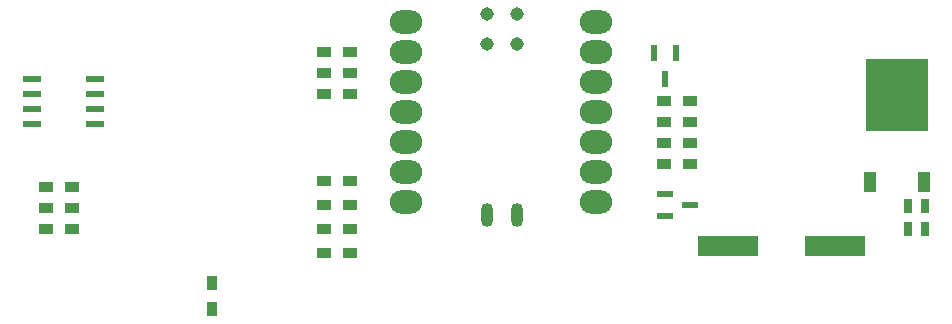
<source format=gtp>
G04 #@! TF.GenerationSoftware,KiCad,Pcbnew,(5.1.6-0-10_14)*
G04 #@! TF.CreationDate,2020-10-30T11:13:33+09:00*
G04 #@! TF.ProjectId,NinjaLAMP,4e696e6a-614c-4414-9d50-2e6b69636164,rev?*
G04 #@! TF.SameCoordinates,Original*
G04 #@! TF.FileFunction,Paste,Top*
G04 #@! TF.FilePolarity,Positive*
%FSLAX46Y46*%
G04 Gerber Fmt 4.6, Leading zero omitted, Abs format (unit mm)*
G04 Created by KiCad (PCBNEW (5.1.6-0-10_14)) date 2020-10-30 11:13:33*
%MOMM*%
%LPD*%
G01*
G04 APERTURE LIST*
%ADD10R,1.320800X0.558800*%
%ADD11R,0.558800X1.320800*%
%ADD12R,1.200000X0.900000*%
%ADD13C,1.143000*%
%ADD14O,1.016000X2.032000*%
%ADD15O,2.748280X1.998980*%
%ADD16R,0.900000X1.200000*%
%ADD17R,1.549400X0.558800*%
%ADD18R,0.750000X1.200000*%
%ADD19R,1.016000X1.651000*%
%ADD20R,5.298440X6.197600*%
%ADD21R,5.200000X1.700000*%
G04 APERTURE END LIST*
D10*
G04 #@! TO.C,Q1*
X173467500Y-106908400D03*
X171283100Y-107848200D03*
X171283100Y-105968600D03*
G04 #@! TD*
D11*
G04 #@! TO.C,Q2*
X172248300Y-94017900D03*
X170368700Y-94017900D03*
X171308500Y-96202300D03*
G04 #@! TD*
D12*
G04 #@! TO.C,R4*
X142410000Y-106934000D03*
X144610000Y-106934000D03*
G04 #@! TD*
G04 #@! TO.C,R5*
X144610000Y-104902000D03*
X142410000Y-104902000D03*
G04 #@! TD*
G04 #@! TO.C,R7*
X144610000Y-110998000D03*
X142410000Y-110998000D03*
G04 #@! TD*
G04 #@! TO.C,R8*
X142410000Y-108966000D03*
X144610000Y-108966000D03*
G04 #@! TD*
G04 #@! TO.C,R11*
X171221960Y-101676000D03*
X173421960Y-101676000D03*
G04 #@! TD*
G04 #@! TO.C,R12*
X173421960Y-103454000D03*
X171221960Y-103454000D03*
G04 #@! TD*
G04 #@! TO.C,R9*
X121110000Y-107126000D03*
X118910000Y-107126000D03*
G04 #@! TD*
G04 #@! TO.C,R1*
X142410000Y-97536000D03*
X144610000Y-97536000D03*
G04 #@! TD*
G04 #@! TO.C,R2*
X144610000Y-93980000D03*
X142410000Y-93980000D03*
G04 #@! TD*
G04 #@! TO.C,R13*
X173421960Y-99898000D03*
X171221960Y-99898000D03*
G04 #@! TD*
G04 #@! TO.C,R3*
X142410000Y-95758000D03*
X144610000Y-95758000D03*
G04 #@! TD*
G04 #@! TO.C,R14*
X173421960Y-98120000D03*
X171221960Y-98120000D03*
G04 #@! TD*
D13*
G04 #@! TO.C,U1*
X158758803Y-93275813D03*
X156218803Y-93275813D03*
X158758803Y-90735813D03*
X156218803Y-90735813D03*
D14*
X158770000Y-107740000D03*
X156220000Y-107740000D03*
D15*
X149353120Y-91422180D03*
X149353120Y-93962180D03*
X149353120Y-96502180D03*
X149353120Y-99042180D03*
X149353120Y-101582180D03*
X149353120Y-104122180D03*
X149353120Y-106662180D03*
X165517680Y-106662180D03*
X165517680Y-104122180D03*
X165517680Y-101582180D03*
X165517680Y-99042180D03*
X165517680Y-96502180D03*
X165517680Y-93962180D03*
X165517680Y-91422180D03*
G04 #@! TD*
D16*
G04 #@! TO.C,TH1*
X133002500Y-115727000D03*
X133002500Y-113527000D03*
G04 #@! TD*
D12*
G04 #@! TO.C,R6*
X118910000Y-108904000D03*
X121110000Y-108904000D03*
G04 #@! TD*
G04 #@! TO.C,R10*
X121110000Y-105348000D03*
X118910000Y-105348000D03*
G04 #@! TD*
D17*
G04 #@! TO.C,CR1*
X123072200Y-96215000D03*
X123072200Y-97485000D03*
X123072200Y-98755000D03*
X123072200Y-100025000D03*
X117712800Y-100025000D03*
X117712800Y-98755000D03*
X117712800Y-97485000D03*
X117712800Y-96215000D03*
G04 #@! TD*
D18*
G04 #@! TO.C,C2*
X191892500Y-107027000D03*
X191892500Y-108927000D03*
G04 #@! TD*
G04 #@! TO.C,C3*
X193292500Y-108927000D03*
X193292500Y-107027000D03*
G04 #@! TD*
D19*
G04 #@! TO.C,U2*
X188660500Y-104957000D03*
D20*
X190946500Y-97631640D03*
D19*
X193232500Y-104957000D03*
G04 #@! TD*
D21*
G04 #@! TO.C,C1*
X176642500Y-110367880D03*
X185742500Y-110367880D03*
G04 #@! TD*
M02*

</source>
